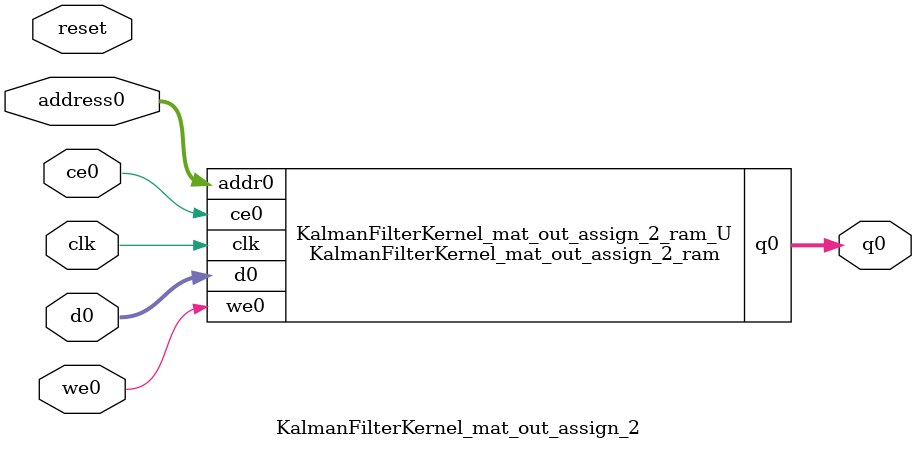
<source format=v>
`timescale 1 ns / 1 ps
module KalmanFilterKernel_mat_out_assign_2_ram (addr0, ce0, d0, we0, q0,  clk);

parameter DWIDTH = 32;
parameter AWIDTH = 4;
parameter MEM_SIZE = 9;

input[AWIDTH-1:0] addr0;
input ce0;
input[DWIDTH-1:0] d0;
input we0;
output reg[DWIDTH-1:0] q0;
input clk;

reg [DWIDTH-1:0] ram[0:MEM_SIZE-1];




always @(posedge clk)  
begin 
    if (ce0) begin
        if (we0) 
            ram[addr0] <= d0; 
        q0 <= ram[addr0];
    end
end


endmodule

`timescale 1 ns / 1 ps
module KalmanFilterKernel_mat_out_assign_2(
    reset,
    clk,
    address0,
    ce0,
    we0,
    d0,
    q0);

parameter DataWidth = 32'd32;
parameter AddressRange = 32'd9;
parameter AddressWidth = 32'd4;
input reset;
input clk;
input[AddressWidth - 1:0] address0;
input ce0;
input we0;
input[DataWidth - 1:0] d0;
output[DataWidth - 1:0] q0;



KalmanFilterKernel_mat_out_assign_2_ram KalmanFilterKernel_mat_out_assign_2_ram_U(
    .clk( clk ),
    .addr0( address0 ),
    .ce0( ce0 ),
    .we0( we0 ),
    .d0( d0 ),
    .q0( q0 ));

endmodule


</source>
